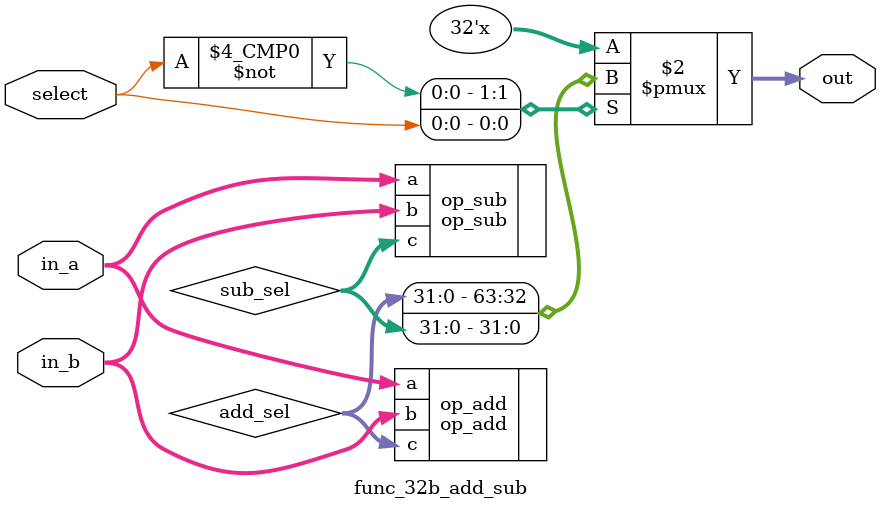
<source format=v>
module func_32b_add_sub(in_a, in_b, out, select);
    parameter size = 32;
    // Specifying the ports
    input [size-1:0] in_a;
    input [size-1:0] in_b;
    output reg [size-1:0] out;
    input select;

    // Declaring wires to direct module output into multiplexer
    wire [size-1:0] add_sel;
    wire [size-1:0] sub_sel;

    // Declaring the submodules
    op_add #(size) op_add(.a(in_a), .b(in_b), .c(add_sel));
    op_sub #(size) op_sub(.a(in_a), .b(in_b), .c(sub_sel));

    always @*
        case (select)
            0: out = add_sel;
            1: out = sub_sel;
            default: out = {size{1'bx}};
        endcase
endmodule


</source>
